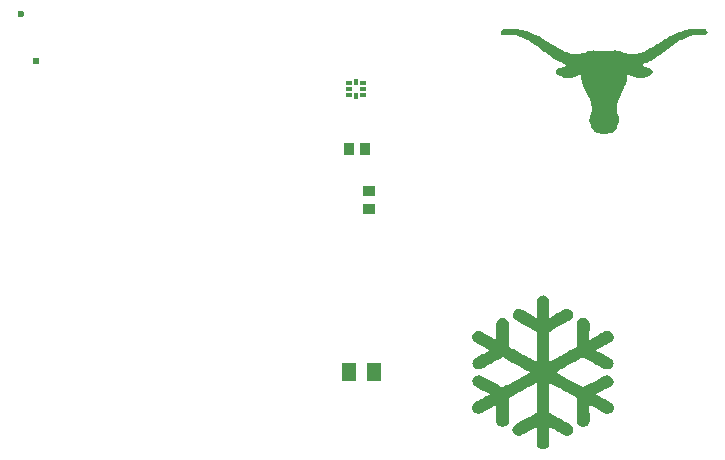
<source format=gts>
G04 Layer: TopSolderMaskLayer*
G04 EasyEDA v6.5.50, 2025-08-15 22:22:53*
G04 78b981eca6ee4c28b6080d7fc2fd3244,645267f41e9e4d7b8b91459b463e1a24,10*
G04 Gerber Generator version 0.2*
G04 Scale: 100 percent, Rotated: No, Reflected: No *
G04 Dimensions in millimeters *
G04 leading zeros omitted , absolute positions ,4 integer and 5 decimal *
%FSLAX45Y45*%
%MOMM*%

%AMMACRO1*4,1,8,-0.4211,-0.5008,-0.4508,-0.471,-0.4508,0.4711,-0.4211,0.5008,0.421,0.5008,0.4508,0.4711,0.4508,-0.471,0.421,-0.5008,-0.4211,-0.5008,0*%
%AMMACRO2*4,1,8,-0.5211,-0.7506,-0.5508,-0.7208,-0.5508,0.7208,-0.5211,0.7506,0.521,0.7506,0.5508,0.7208,0.5508,-0.7208,0.521,-0.7506,-0.5211,-0.7506,0*%
%AMMACRO3*4,1,8,-0.4531,-0.454,-0.4828,-0.4243,-0.4828,0.4243,-0.4531,0.454,0.453,0.454,0.4828,0.4243,0.4828,-0.4243,0.453,-0.454,-0.4531,-0.454,0*%
%AMMACRO4*4,1,8,-0.1311,-0.2508,-0.1608,-0.221,-0.1608,0.2211,-0.1311,0.2508,0.131,0.2508,0.1608,0.2211,0.1608,-0.221,0.131,-0.2508,-0.1311,-0.2508,0*%
%AMMACRO5*4,1,8,-0.2211,-0.1608,-0.2508,-0.131,-0.2508,0.1311,-0.2211,0.1608,0.221,0.1608,0.2508,0.1311,0.2508,-0.131,0.221,-0.1608,-0.2211,-0.1608,0*%
%AMMACRO6*4,1,8,-0.2211,-0.1908,-0.2508,-0.161,-0.2508,0.1611,-0.2211,0.1908,0.221,0.1908,0.2508,0.1611,0.2508,-0.161,0.221,-0.1908,-0.2211,-0.1908,0*%
%ADD10C,0.6000*%
%ADD11C,0.6100*%
%ADD12MACRO1*%
%ADD13MACRO2*%
%ADD14MACRO3*%
%ADD15MACRO4*%
%ADD16MACRO5*%
%ADD17MACRO6*%
%ADD18C,0.0131*%

%LPD*%
G36*
X7011924Y-2538476D02*
G01*
X7003796Y-2538628D01*
X6991603Y-2541371D01*
X6982459Y-2545435D01*
X6974331Y-2550820D01*
X6967981Y-2556459D01*
X6961073Y-2565958D01*
X6958736Y-2570784D01*
X6955536Y-2580284D01*
X6955485Y-2724200D01*
X6953910Y-2726537D01*
X6940803Y-2719730D01*
X6853174Y-2670759D01*
X6843217Y-2665526D01*
X6828485Y-2657144D01*
X6826097Y-2657144D01*
X6822897Y-2654401D01*
X6802577Y-2652268D01*
X6788353Y-2654909D01*
X6776161Y-2660396D01*
X6773214Y-2662428D01*
X6760565Y-2674416D01*
X6754875Y-2685592D01*
X6751370Y-2698140D01*
X6751370Y-2708757D01*
X6754875Y-2721305D01*
X6760870Y-2732684D01*
X6769862Y-2742184D01*
X6781596Y-2749753D01*
X6782612Y-2749753D01*
X6823913Y-2772918D01*
X6826961Y-2774848D01*
X6830009Y-2776169D01*
X6864553Y-2795676D01*
X6867601Y-2797098D01*
X6879793Y-2804414D01*
X6885889Y-2807462D01*
X6918756Y-2826004D01*
X6920280Y-2826004D01*
X6926935Y-2830830D01*
X6928307Y-2830830D01*
X6955536Y-2846374D01*
X6955536Y-3098952D01*
X6953351Y-3100222D01*
X6949795Y-3097123D01*
X6948424Y-3097123D01*
X6922820Y-3082645D01*
X6921957Y-3082645D01*
X6896353Y-3068167D01*
X6895592Y-3068167D01*
X6874713Y-3056585D01*
X6871665Y-3054654D01*
X6868617Y-3053334D01*
X6848297Y-3042107D01*
X6845249Y-3040176D01*
X6842201Y-3038906D01*
X6817766Y-3025140D01*
X6814769Y-3023768D01*
X6808673Y-3019958D01*
X6805625Y-3018637D01*
X6760870Y-2993847D01*
X6756044Y-2991916D01*
X6750100Y-2987852D01*
X6724853Y-2974594D01*
X6722770Y-2970834D01*
X6720941Y-2769514D01*
X6716674Y-2756814D01*
X6708190Y-2744825D01*
X6698742Y-2736748D01*
X6686702Y-2731211D01*
X6682638Y-2729534D01*
X6665823Y-2727452D01*
X6653174Y-2729687D01*
X6644030Y-2732735D01*
X6638950Y-2735681D01*
X6630009Y-2742031D01*
X6621322Y-2752699D01*
X6617462Y-2760878D01*
X6613855Y-2771241D01*
X6614414Y-2910484D01*
X6612890Y-2912821D01*
X6597243Y-2904134D01*
X6594195Y-2902813D01*
X6573875Y-2891586D01*
X6570827Y-2889656D01*
X6566712Y-2887980D01*
X6539331Y-2872384D01*
X6530187Y-2868015D01*
X6521754Y-2862630D01*
X6520434Y-2862630D01*
X6491579Y-2846324D01*
X6481013Y-2841447D01*
X6478219Y-2841447D01*
X6475679Y-2839008D01*
X6449669Y-2839008D01*
X6431178Y-2847289D01*
X6423761Y-2853486D01*
X6415024Y-2864510D01*
X6409232Y-2878582D01*
X6409436Y-2902153D01*
X6411518Y-2904642D01*
X6412992Y-2909468D01*
X6417208Y-2918155D01*
X6431584Y-2931718D01*
X6450888Y-2942132D01*
X6459016Y-2946298D01*
X6480048Y-2958185D01*
X6480759Y-2958185D01*
X6489801Y-2963976D01*
X6491173Y-2963976D01*
X6509867Y-2974594D01*
X6512915Y-2975914D01*
X6537350Y-2989630D01*
X6540347Y-2991002D01*
X6550964Y-2996742D01*
X6559143Y-3001619D01*
X6559143Y-3003448D01*
X6509004Y-3030524D01*
X6507327Y-3030524D01*
X6507327Y-3032353D01*
X6502755Y-3033725D01*
X6495389Y-3038094D01*
X6468160Y-3052724D01*
X6465112Y-3054045D01*
X6452920Y-3061055D01*
X6438696Y-3068421D01*
X6428028Y-3075127D01*
X6419697Y-3084068D01*
X6412839Y-3097784D01*
X6409994Y-3113328D01*
X6412788Y-3128467D01*
X6415887Y-3135884D01*
X6422593Y-3145840D01*
X6430873Y-3153562D01*
X6435648Y-3157016D01*
X6441744Y-3160014D01*
X6453936Y-3163976D01*
X6474510Y-3163824D01*
X6485331Y-3160471D01*
X6495643Y-3155238D01*
X6506362Y-3149244D01*
X6507124Y-3149244D01*
X6527800Y-3137662D01*
X6528358Y-3137662D01*
X6556603Y-3122117D01*
X6562191Y-3120085D01*
X6562191Y-3118459D01*
X6566153Y-3117291D01*
X6602933Y-3097123D01*
X6603796Y-3097123D01*
X6619595Y-3088436D01*
X6622643Y-3086506D01*
X6625691Y-3085134D01*
X6640525Y-3076854D01*
X6641439Y-3076854D01*
X6654190Y-3069488D01*
X6667804Y-3062376D01*
X6670954Y-3062376D01*
X6697878Y-3077514D01*
X6712051Y-3085033D01*
X6721246Y-3090367D01*
X6726326Y-3092805D01*
X6751116Y-3106775D01*
X6752132Y-3106775D01*
X6775703Y-3120288D01*
X6776618Y-3120288D01*
X6803948Y-3135731D01*
X6805015Y-3135731D01*
X6828586Y-3149244D01*
X6829602Y-3149244D01*
X6850837Y-3161131D01*
X6852361Y-3161792D01*
X6858457Y-3165500D01*
X6882841Y-3178403D01*
X6886041Y-3181045D01*
X6887616Y-3181045D01*
X6896404Y-3186684D01*
X6900875Y-3188004D01*
X6895338Y-3192576D01*
X6886905Y-3196590D01*
X6862876Y-3210001D01*
X6862216Y-3210001D01*
X6837121Y-3224123D01*
X6831990Y-3226663D01*
X6803085Y-3242818D01*
X6752183Y-3270808D01*
X6751320Y-3270808D01*
X6727748Y-3284321D01*
X6726681Y-3284321D01*
X6707022Y-3295243D01*
X6699910Y-3299510D01*
X6672478Y-3314293D01*
X6668160Y-3315309D01*
X6657238Y-3309975D01*
X6642506Y-3301644D01*
X6634886Y-3297885D01*
X6624675Y-3292043D01*
X6621627Y-3290722D01*
X6605016Y-3281426D01*
X6603949Y-3281426D01*
X6586067Y-3271164D01*
X6572859Y-3264560D01*
X6567779Y-3261410D01*
X6488531Y-3218789D01*
X6481368Y-3215944D01*
X6468973Y-3212744D01*
X6455968Y-3213608D01*
X6446824Y-3215995D01*
X6438392Y-3219551D01*
X6429298Y-3225038D01*
X6418783Y-3236468D01*
X6413042Y-3248101D01*
X6410807Y-3259683D01*
X6410045Y-3266186D01*
X6413449Y-3281883D01*
X6419291Y-3293160D01*
X6433464Y-3306521D01*
X6448856Y-3314852D01*
X6451904Y-3316173D01*
X6459016Y-3320237D01*
X6476288Y-3329381D01*
X6488023Y-3335934D01*
X6525259Y-3355543D01*
X6543395Y-3366058D01*
X6557619Y-3373272D01*
X6559092Y-3375507D01*
X6559143Y-3376472D01*
X6548475Y-3382111D01*
X6513931Y-3401060D01*
X6510883Y-3402990D01*
X6507835Y-3404311D01*
X6488074Y-3415537D01*
X6485940Y-3415537D01*
X6485940Y-3417315D01*
X6481368Y-3418687D01*
X6467144Y-3426815D01*
X6464096Y-3428085D01*
X6458000Y-3431794D01*
X6452920Y-3434435D01*
X6427876Y-3448659D01*
X6420002Y-3456533D01*
X6414516Y-3464255D01*
X6410553Y-3473907D01*
X6408521Y-3484524D01*
X6409639Y-3499967D01*
X6413601Y-3509975D01*
X6420002Y-3520643D01*
X6432092Y-3531006D01*
X6444792Y-3536848D01*
X6461506Y-3540251D01*
X6481368Y-3536797D01*
X6484416Y-3534664D01*
X6494627Y-3529533D01*
X6512153Y-3519728D01*
X6513322Y-3519728D01*
X6537248Y-3506012D01*
X6541363Y-3504285D01*
X6544411Y-3502355D01*
X6570319Y-3487877D01*
X6571132Y-3487877D01*
X6596888Y-3473399D01*
X6597700Y-3473399D01*
X6613144Y-3464509D01*
X6614261Y-3465576D01*
X6613906Y-3605479D01*
X6617208Y-3616706D01*
X6623659Y-3628999D01*
X6636258Y-3640937D01*
X6647942Y-3646373D01*
X6661302Y-3649979D01*
X6674612Y-3649979D01*
X6685686Y-3647033D01*
X6698335Y-3640988D01*
X6709257Y-3631184D01*
X6714134Y-3624427D01*
X6718655Y-3615740D01*
X6718706Y-3612743D01*
X6721043Y-3610508D01*
X6722922Y-3405378D01*
X6728358Y-3401161D01*
X6738518Y-3396081D01*
X6777126Y-3374644D01*
X6784238Y-3370986D01*
X6790385Y-3367278D01*
X6793433Y-3365906D01*
X6807657Y-3357981D01*
X6810705Y-3356660D01*
X6848297Y-3335426D01*
X6851345Y-3334105D01*
X6865569Y-3326129D01*
X6868617Y-3324758D01*
X6922465Y-3294887D01*
X6925513Y-3293567D01*
X6945020Y-3282594D01*
X6953758Y-3278327D01*
X6955485Y-3280918D01*
X6955536Y-3529990D01*
X6952996Y-3533038D01*
X6925513Y-3548278D01*
X6922465Y-3549650D01*
X6916369Y-3553460D01*
X6913321Y-3554831D01*
X6874865Y-3576777D01*
X6826453Y-3603396D01*
X6824929Y-3604056D01*
X6796481Y-3619906D01*
X6769658Y-3635552D01*
X6760616Y-3645357D01*
X6754977Y-3656279D01*
X6751218Y-3670503D01*
X6751218Y-3678986D01*
X6754469Y-3690975D01*
X6761734Y-3704996D01*
X6774180Y-3716324D01*
X6786321Y-3722065D01*
X6797598Y-3725418D01*
X6815785Y-3724554D01*
X6826046Y-3721862D01*
X6840524Y-3713683D01*
X6841896Y-3713683D01*
X6850938Y-3707892D01*
X6851650Y-3707892D01*
X6892696Y-3684727D01*
X6893306Y-3684727D01*
X6938772Y-3659022D01*
X6941820Y-3657650D01*
X6953707Y-3650691D01*
X6955485Y-3653383D01*
X6955536Y-3798366D01*
X6961936Y-3813556D01*
X6967169Y-3820312D01*
X6975348Y-3828592D01*
X6980428Y-3831285D01*
X6995566Y-3838397D01*
X7020052Y-3838498D01*
X7030161Y-3834841D01*
X7036409Y-3831793D01*
X7043420Y-3827221D01*
X7051700Y-3819347D01*
X7057339Y-3810152D01*
X7062216Y-3797147D01*
X7062266Y-3653383D01*
X7063790Y-3651097D01*
X7085126Y-3662832D01*
X7094270Y-3667556D01*
X7097471Y-3670249D01*
X7099046Y-3670249D01*
X7135926Y-3691280D01*
X7144054Y-3695547D01*
X7162647Y-3705961D01*
X7164882Y-3705961D01*
X7164882Y-3707637D01*
X7168438Y-3708806D01*
X7171486Y-3710686D01*
X7191756Y-3721862D01*
X7200950Y-3724452D01*
X7217613Y-3725418D01*
X7230922Y-3722268D01*
X7238593Y-3718966D01*
X7247737Y-3712921D01*
X7256983Y-3703523D01*
X7263231Y-3690975D01*
X7266940Y-3674110D01*
X7263333Y-3657701D01*
X7260437Y-3652418D01*
X7260437Y-3651046D01*
X7254443Y-3642614D01*
X7243267Y-3631946D01*
X7235799Y-3628542D01*
X7207453Y-3612337D01*
X7206640Y-3612337D01*
X7197902Y-3606800D01*
X7186726Y-3601059D01*
X7163866Y-3588207D01*
X7158278Y-3585260D01*
X7119823Y-3563620D01*
X7115556Y-3561689D01*
X7096302Y-3550513D01*
X7064756Y-3532987D01*
X7062216Y-3529990D01*
X7062266Y-3280918D01*
X7064044Y-3278276D01*
X7093254Y-3293872D01*
X7115606Y-3306064D01*
X7127798Y-3313277D01*
X7130846Y-3314598D01*
X7150811Y-3325774D01*
X7151674Y-3325774D01*
X7177582Y-3340252D01*
X7180630Y-3342233D01*
X7183678Y-3343452D01*
X7210399Y-3358591D01*
X7211517Y-3358591D01*
X7240219Y-3374999D01*
X7241031Y-3374999D01*
X7287971Y-3401060D01*
X7289393Y-3401060D01*
X7294981Y-3405378D01*
X7296810Y-3609949D01*
X7300671Y-3619601D01*
X7305395Y-3628136D01*
X7315758Y-3638550D01*
X7324547Y-3644188D01*
X7325664Y-3644188D01*
X7332065Y-3646982D01*
X7343140Y-3649979D01*
X7355433Y-3649979D01*
X7369708Y-3646424D01*
X7378852Y-3642004D01*
X7387945Y-3635044D01*
X7393076Y-3629456D01*
X7400544Y-3616909D01*
X7404049Y-3602736D01*
X7402982Y-3466642D01*
X7404862Y-3465525D01*
X7411364Y-3468065D01*
X7419797Y-3473399D01*
X7421016Y-3473399D01*
X7456728Y-3493668D01*
X7457592Y-3493668D01*
X7507935Y-3521557D01*
X7512151Y-3523437D01*
X7525715Y-3531311D01*
X7527036Y-3531311D01*
X7530287Y-3533952D01*
X7542479Y-3537864D01*
X7553858Y-3540251D01*
X7560767Y-3539286D01*
X7572857Y-3536950D01*
X7585557Y-3531057D01*
X7596581Y-3521710D01*
X7602981Y-3512261D01*
X7608265Y-3499967D01*
X7608519Y-3477768D01*
X7605725Y-3471011D01*
X7599527Y-3458464D01*
X7587183Y-3446881D01*
X7563815Y-3433927D01*
X7560767Y-3432556D01*
X7533335Y-3417214D01*
X7523175Y-3411931D01*
X7509408Y-3403955D01*
X7508392Y-3403955D01*
X7482840Y-3389477D01*
X7482078Y-3389477D01*
X7466228Y-3380790D01*
X7463180Y-3378860D01*
X7458608Y-3376980D01*
X7458659Y-3375507D01*
X7460132Y-3373475D01*
X7494270Y-3354730D01*
X7495184Y-3354730D01*
X7507935Y-3347364D01*
X7519111Y-3341522D01*
X7574991Y-3311398D01*
X7585913Y-3305048D01*
X7596022Y-3295497D01*
X7601356Y-3287674D01*
X7604099Y-3280918D01*
X7607147Y-3268370D01*
X7606080Y-3253638D01*
X7601610Y-3241344D01*
X7596581Y-3233623D01*
X7588199Y-3225292D01*
X7579055Y-3219196D01*
X7571943Y-3216554D01*
X7557719Y-3212947D01*
X7549591Y-3212896D01*
X7535367Y-3215995D01*
X7526223Y-3220313D01*
X7511999Y-3227679D01*
X7504836Y-3231896D01*
X7484516Y-3242360D01*
X7476439Y-3247644D01*
X7474966Y-3247644D01*
X7456322Y-3258261D01*
X7455408Y-3258261D01*
X7438237Y-3267913D01*
X7436967Y-3267913D01*
X7423962Y-3275685D01*
X7419492Y-3277565D01*
X7400950Y-3288182D01*
X7399731Y-3288182D01*
X7380884Y-3298647D01*
X7350353Y-3315157D01*
X7346289Y-3315157D01*
X7329424Y-3305556D01*
X7328509Y-3305556D01*
X7300569Y-3289706D01*
X7293457Y-3286201D01*
X7283805Y-3280613D01*
X7231481Y-3252114D01*
X7215225Y-3242818D01*
X7212126Y-3241446D01*
X7192162Y-3230270D01*
X7191349Y-3230270D01*
X7178446Y-3222752D01*
X7165390Y-3216046D01*
X7149490Y-3207105D01*
X7148271Y-3207105D01*
X7145070Y-3204464D01*
X7119213Y-3190494D01*
X7117232Y-3188258D01*
X7142022Y-3174796D01*
X7142683Y-3173323D01*
X7144664Y-3173323D01*
X7165390Y-3161842D01*
X7168438Y-3160420D01*
X7188758Y-3149193D01*
X7191806Y-3147263D01*
X7194854Y-3145942D01*
X7207046Y-3138932D01*
X7252817Y-3114192D01*
X7269073Y-3104896D01*
X7280249Y-3099308D01*
X7302601Y-3086506D01*
X7305649Y-3085185D01*
X7313777Y-3080258D01*
X7347305Y-3062376D01*
X7350353Y-3062478D01*
X7358481Y-3067151D01*
X7364577Y-3070047D01*
X7376820Y-3076549D01*
X7394244Y-3086354D01*
X7403236Y-3090976D01*
X7437780Y-3109772D01*
X7443876Y-3113481D01*
X7448143Y-3115310D01*
X7461707Y-3123184D01*
X7462621Y-3123184D01*
X7479842Y-3132836D01*
X7481163Y-3132836D01*
X7486548Y-3136442D01*
X7528255Y-3158439D01*
X7533335Y-3160725D01*
X7541310Y-3163722D01*
X7564831Y-3163722D01*
X7576007Y-3159658D01*
X7586370Y-3154070D01*
X7593330Y-3147771D01*
X7598714Y-3141014D01*
X7604810Y-3129381D01*
X7607350Y-3113532D01*
X7604861Y-3098139D01*
X7601915Y-3092754D01*
X7601915Y-3090773D01*
X7594752Y-3080258D01*
X7586167Y-3072841D01*
X7579055Y-3068472D01*
X7564831Y-3061106D01*
X7557719Y-3056890D01*
X7497724Y-3024733D01*
X7494676Y-3022803D01*
X7490459Y-3021076D01*
X7476896Y-3013151D01*
X7475931Y-3013151D01*
X7458506Y-3003397D01*
X7459268Y-3001213D01*
X7471308Y-2993999D01*
X7488580Y-2984957D01*
X7505446Y-2975559D01*
X7506157Y-2975559D01*
X7536383Y-2958541D01*
X7539431Y-2957169D01*
X7563053Y-2943707D01*
X7564120Y-2943707D01*
X7582103Y-2933547D01*
X7591450Y-2927400D01*
X7601407Y-2916224D01*
X7604759Y-2909468D01*
X7608468Y-2899816D01*
X7608316Y-2878429D01*
X7604506Y-2868930D01*
X7599883Y-2860598D01*
X7593279Y-2852826D01*
X7581646Y-2844495D01*
X7566863Y-2839059D01*
X7544511Y-2839008D01*
X7532319Y-2842869D01*
X7506868Y-2856941D01*
X7503820Y-2858820D01*
X7500772Y-2860090D01*
X7487767Y-2867660D01*
X7483500Y-2869488D01*
X7433716Y-2897022D01*
X7430668Y-2898394D01*
X7424572Y-2902204D01*
X7420508Y-2904032D01*
X7405268Y-2912618D01*
X7402830Y-2910738D01*
X7404049Y-2774086D01*
X7400594Y-2761843D01*
X7394194Y-2749296D01*
X7380884Y-2736646D01*
X7365593Y-2729738D01*
X7348626Y-2727604D01*
X7334300Y-2729687D01*
X7325918Y-2733090D01*
X7314793Y-2739898D01*
X7306462Y-2748432D01*
X7300620Y-2757932D01*
X7296810Y-2767634D01*
X7294930Y-2965399D01*
X7293457Y-2973882D01*
X7264349Y-2990037D01*
X7263587Y-2990037D01*
X7240016Y-3003499D01*
X7238949Y-3003499D01*
X7211517Y-3018942D01*
X7210298Y-3018942D01*
X7203643Y-3023768D01*
X7202220Y-3023768D01*
X7187742Y-3032048D01*
X7182662Y-3034436D01*
X7159040Y-3047898D01*
X7156754Y-3047898D01*
X7156754Y-3049727D01*
X7152640Y-3050946D01*
X7127290Y-3065272D01*
X7126478Y-3065272D01*
X7100722Y-3079750D01*
X7099604Y-3079750D01*
X7090613Y-3085541D01*
X7089698Y-3085541D01*
X7076998Y-3092856D01*
X7063435Y-3099866D01*
X7062216Y-3096971D01*
X7062216Y-2848305D01*
X7066788Y-2843530D01*
X7104430Y-2822498D01*
X7107478Y-2821127D01*
X7113574Y-2817418D01*
X7194448Y-2772410D01*
X7199934Y-2769717D01*
X7202627Y-2767126D01*
X7204506Y-2767126D01*
X7221270Y-2757576D01*
X7234529Y-2750312D01*
X7240778Y-2747213D01*
X7244537Y-2744470D01*
X7256881Y-2732582D01*
X7260285Y-2726131D01*
X7263333Y-2719374D01*
X7266533Y-2707132D01*
X7266533Y-2700680D01*
X7262672Y-2685592D01*
X7259269Y-2678836D01*
X7256830Y-2674823D01*
X7250938Y-2667762D01*
X7239406Y-2659176D01*
X7228433Y-2654554D01*
X7212787Y-2652166D01*
X7197902Y-2654198D01*
X7189520Y-2657043D01*
X7179005Y-2662936D01*
X7178344Y-2662936D01*
X7138974Y-2685338D01*
X7129830Y-2689961D01*
X7092238Y-2711196D01*
X7088682Y-2712364D01*
X7088682Y-2713939D01*
X7084263Y-2715260D01*
X7066127Y-2725572D01*
X7062724Y-2726131D01*
X7061606Y-2578506D01*
X7058609Y-2569362D01*
X7056120Y-2567025D01*
X7056120Y-2564790D01*
X7050024Y-2557272D01*
X7046468Y-2553411D01*
X7037171Y-2546197D01*
X7025131Y-2541168D01*
G37*
G36*
X6754875Y-278434D02*
G01*
X6713067Y-278587D01*
X6698132Y-280212D01*
X6687261Y-281990D01*
X6676186Y-284175D01*
X6673138Y-285343D01*
X6670243Y-285343D01*
X6665264Y-288290D01*
X6657594Y-296113D01*
X6653885Y-302920D01*
X6652463Y-310489D01*
X6653834Y-315569D01*
X6655206Y-317296D01*
X6657340Y-321513D01*
X6663232Y-328828D01*
X6668363Y-332282D01*
X6676948Y-332130D01*
X6691274Y-330301D01*
X6717284Y-329031D01*
X6741718Y-330301D01*
X6756603Y-332028D01*
X6767525Y-333806D01*
X6780377Y-336397D01*
X6797903Y-340766D01*
X6823100Y-349148D01*
X6832295Y-352704D01*
X6842607Y-357124D01*
X6855155Y-362813D01*
X6872376Y-371551D01*
X6883857Y-378053D01*
X6885584Y-378815D01*
X6911289Y-394462D01*
X6918604Y-399389D01*
X6919010Y-399389D01*
X6940042Y-413816D01*
X6961022Y-429006D01*
X7021830Y-474675D01*
X7023709Y-476351D01*
X7062368Y-504951D01*
X7094220Y-526999D01*
X7095947Y-527761D01*
X7104532Y-533501D01*
X7128052Y-547725D01*
X7134910Y-551535D01*
X7157821Y-563372D01*
X7174738Y-570941D01*
X7187641Y-576275D01*
X7188758Y-576935D01*
X7192213Y-577799D01*
X7206792Y-583184D01*
X7205573Y-585571D01*
X7201408Y-589483D01*
X7192670Y-596239D01*
X7184796Y-600862D01*
X7177531Y-604418D01*
X7163003Y-609244D01*
X7153249Y-611936D01*
X7142683Y-615289D01*
X7141413Y-615289D01*
X7130338Y-620623D01*
X7125716Y-624128D01*
X7120788Y-629412D01*
X7116775Y-637743D01*
X7115606Y-644956D01*
X7116267Y-649833D01*
X7118299Y-653592D01*
X7122668Y-660196D01*
X7129221Y-666292D01*
X7137755Y-672084D01*
X7159752Y-682701D01*
X7160971Y-682701D01*
X7179056Y-691235D01*
X7187946Y-694791D01*
X7190181Y-694791D01*
X7194499Y-696366D01*
X7205421Y-698500D01*
X7232345Y-698500D01*
X7251852Y-694690D01*
X7266431Y-690473D01*
X7278776Y-686308D01*
X7296556Y-678789D01*
X7314336Y-670306D01*
X7319619Y-667156D01*
X7325614Y-667156D01*
X7329220Y-669137D01*
X7332929Y-672541D01*
X7332929Y-691591D01*
X7334656Y-706577D01*
X7335977Y-713486D01*
X7336790Y-719277D01*
X7339888Y-731926D01*
X7343241Y-743458D01*
X7347153Y-755548D01*
X7356906Y-779170D01*
X7366304Y-799287D01*
X7390688Y-848258D01*
X7396429Y-860348D01*
X7404252Y-878484D01*
X7412024Y-898093D01*
X7412024Y-899769D01*
X7413599Y-903528D01*
X7418831Y-923137D01*
X7422388Y-942136D01*
X7423403Y-955040D01*
X7421880Y-972616D01*
X7420559Y-978966D01*
X7417053Y-992225D01*
X7403541Y-1033119D01*
X7399832Y-1049070D01*
X7399731Y-1063802D01*
X7406843Y-1074064D01*
X7409637Y-1079754D01*
X7413650Y-1093012D01*
X7415428Y-1102207D01*
X7417308Y-1113739D01*
X7419187Y-1117752D01*
X7422591Y-1122934D01*
X7430211Y-1132128D01*
X7443266Y-1145032D01*
X7451140Y-1151483D01*
X7459522Y-1157122D01*
X7463332Y-1159205D01*
X7473645Y-1162812D01*
X7480553Y-1164590D01*
X7489139Y-1166418D01*
X7501737Y-1168400D01*
X7553350Y-1168400D01*
X7566507Y-1166418D01*
X7575092Y-1164590D01*
X7582001Y-1162812D01*
X7587742Y-1161084D01*
X7593431Y-1158798D01*
X7604963Y-1151077D01*
X7615783Y-1141933D01*
X7626959Y-1130604D01*
X7635595Y-1119276D01*
X7638643Y-1113231D01*
X7639456Y-1105103D01*
X7642606Y-1090117D01*
X7644333Y-1084376D01*
X7646060Y-1079754D01*
X7648244Y-1075131D01*
X7649616Y-1072845D01*
X7652613Y-1068832D01*
X7656220Y-1062380D01*
X7656220Y-1052677D01*
X7654391Y-1042873D01*
X7652715Y-1035964D01*
X7649311Y-1024483D01*
X7638999Y-993394D01*
X7635697Y-981862D01*
X7633868Y-973226D01*
X7632141Y-960932D01*
X7632141Y-950417D01*
X7633868Y-938072D01*
X7635646Y-928319D01*
X7637373Y-920242D01*
X7642606Y-901801D01*
X7644180Y-898042D01*
X7644180Y-896366D01*
X7655204Y-868984D01*
X7661503Y-855167D01*
X7689596Y-798423D01*
X7697368Y-782015D01*
X7706817Y-759561D01*
X7710728Y-748639D01*
X7711643Y-745032D01*
X7712557Y-743559D01*
X7713472Y-739394D01*
X7715808Y-731367D01*
X7717993Y-722122D01*
X7721092Y-705459D01*
X7722209Y-694486D01*
X7722971Y-671677D01*
X7725867Y-669442D01*
X7730185Y-667156D01*
X7736027Y-667156D01*
X7741361Y-670306D01*
X7758531Y-678535D01*
X7767675Y-682599D01*
X7779715Y-687324D01*
X7791754Y-691286D01*
X7803794Y-694740D01*
X7823301Y-698500D01*
X7850784Y-698398D01*
X7867446Y-694639D01*
X7876590Y-691184D01*
X7887462Y-686003D01*
X7906359Y-677773D01*
X7918145Y-671779D01*
X7925155Y-667105D01*
X7931912Y-661212D01*
X7936585Y-654964D01*
X7939938Y-648208D01*
X7939938Y-642112D01*
X7937753Y-635203D01*
X7935722Y-631139D01*
X7931810Y-625652D01*
X7925308Y-620674D01*
X7915554Y-615950D01*
X7902956Y-611987D01*
X7895488Y-610057D01*
X7884058Y-606552D01*
X7880299Y-604926D01*
X7879130Y-604926D01*
X7871459Y-601268D01*
X7863738Y-596290D01*
X7863078Y-596290D01*
X7854137Y-589483D01*
X7848752Y-584098D01*
X7849108Y-582930D01*
X7853680Y-581253D01*
X7857134Y-580288D01*
X7874000Y-573887D01*
X7887462Y-568147D01*
X7896656Y-563981D01*
X7915554Y-554431D01*
X7919567Y-552043D01*
X7925308Y-549046D01*
X7934706Y-543610D01*
X7950555Y-533958D01*
X7982762Y-512419D01*
X8002117Y-498449D01*
X8021218Y-484327D01*
X8030108Y-477418D01*
X8032648Y-475691D01*
X8098993Y-425754D01*
X8116468Y-413156D01*
X8138515Y-398221D01*
X8140192Y-397408D01*
X8147710Y-392277D01*
X8170062Y-378866D01*
X8183270Y-371551D01*
X8200491Y-362813D01*
X8218779Y-354533D01*
X8232546Y-349148D01*
X8252866Y-342239D01*
X8265515Y-338785D01*
X8278977Y-335534D01*
X8299043Y-332028D01*
X8313928Y-330301D01*
X8338312Y-329031D01*
X8364931Y-330301D01*
X8378596Y-332130D01*
X8387283Y-332232D01*
X8392464Y-328625D01*
X8394852Y-325932D01*
X8398814Y-320192D01*
X8402472Y-314096D01*
X8402472Y-305562D01*
X8398814Y-297484D01*
X8393176Y-290830D01*
X8386724Y-286054D01*
X8372398Y-282803D01*
X8356904Y-280162D01*
X8340293Y-278434D01*
X8301329Y-278434D01*
X8282381Y-280212D01*
X8268665Y-281940D01*
X8247430Y-285445D01*
X8227364Y-289661D01*
X8215325Y-292404D01*
X8191296Y-299161D01*
X8174075Y-304850D01*
X8163204Y-308762D01*
X8144408Y-316433D01*
X8143392Y-316433D01*
X8124494Y-325069D01*
X8123936Y-325069D01*
X8111591Y-330962D01*
X8087512Y-342950D01*
X8061147Y-357124D01*
X8046821Y-365455D01*
X8043367Y-367131D01*
X8039963Y-369417D01*
X8038236Y-370179D01*
X7979765Y-405688D01*
X7977479Y-406857D01*
X7937347Y-431596D01*
X7935620Y-432409D01*
X7931607Y-435203D01*
X7929321Y-436270D01*
X7922463Y-440639D01*
X7920736Y-441401D01*
X7917281Y-443687D01*
X7915605Y-444500D01*
X7899501Y-454101D01*
X7897825Y-454863D01*
X7893812Y-457352D01*
X7884617Y-462330D01*
X7881162Y-464413D01*
X7865109Y-473049D01*
X7856778Y-477113D01*
X7855813Y-477113D01*
X7849108Y-480161D01*
X7845653Y-481025D01*
X7837627Y-483920D01*
X7817561Y-489102D01*
X7808366Y-490880D01*
X7797495Y-492658D01*
X7782610Y-494588D01*
X7743647Y-494588D01*
X7733030Y-492658D01*
X7729524Y-492658D01*
X7713827Y-489153D01*
X7700619Y-485241D01*
X7691374Y-481838D01*
X7689189Y-480618D01*
X7681163Y-477062D01*
X7679436Y-475945D01*
X7676896Y-474878D01*
X7672527Y-472084D01*
X7666837Y-468934D01*
X7658811Y-466750D01*
X7645603Y-466750D01*
X7638745Y-468426D01*
X7634478Y-468477D01*
X7633817Y-467410D01*
X7630109Y-465480D01*
X7624419Y-463296D01*
X7614412Y-463296D01*
X7608468Y-465632D01*
X7605471Y-467766D01*
X7599730Y-470052D01*
X7593431Y-471576D01*
X7584287Y-471576D01*
X7571943Y-469239D01*
X7560767Y-466851D01*
X7552181Y-465277D01*
X7540701Y-465277D01*
X7534960Y-466851D01*
X7528052Y-469696D01*
X7521803Y-467258D01*
X7516063Y-465582D01*
X7506157Y-464870D01*
X7491120Y-467614D01*
X7479385Y-470154D01*
X7471359Y-471525D01*
X7462774Y-471627D01*
X7455865Y-470052D01*
X7450226Y-467766D01*
X7446162Y-465226D01*
X7441234Y-463296D01*
X7431227Y-463296D01*
X7425486Y-465480D01*
X7421829Y-467410D01*
X7421118Y-468477D01*
X7416901Y-468426D01*
X7410043Y-466750D01*
X7396835Y-466750D01*
X7388809Y-468884D01*
X7377379Y-475386D01*
X7375652Y-476554D01*
X7364272Y-481838D01*
X7355027Y-485241D01*
X7342378Y-489051D01*
X7326122Y-492658D01*
X7322616Y-492658D01*
X7311999Y-494588D01*
X7273036Y-494588D01*
X7258151Y-492658D01*
X7247229Y-490880D01*
X7238085Y-489051D01*
X7233005Y-487476D01*
X7230567Y-487476D01*
X7209688Y-481126D01*
X7203135Y-478688D01*
X7200087Y-477113D01*
X7198715Y-477113D01*
X7187082Y-471271D01*
X7172706Y-463397D01*
X7153859Y-452678D01*
X7136079Y-442264D01*
X7131456Y-439318D01*
X7127443Y-437083D01*
X7122871Y-434136D01*
X7121144Y-433324D01*
X7117689Y-431038D01*
X7115403Y-429869D01*
X7112000Y-427583D01*
X7110272Y-426770D01*
X7081012Y-408584D01*
X7078725Y-407416D01*
X7075322Y-405130D01*
X7072985Y-403961D01*
X7038340Y-382625D01*
X7020255Y-371957D01*
X7018528Y-371144D01*
X7015124Y-368909D01*
X7007098Y-364490D01*
X7004202Y-362610D01*
X6971538Y-344728D01*
X6946341Y-332079D01*
X6927697Y-323342D01*
X6913676Y-317144D01*
X6892188Y-308610D01*
X6872986Y-302056D01*
X6855459Y-296621D01*
X6838594Y-292150D01*
X6825386Y-288899D01*
X6798462Y-283667D01*
X6779564Y-281025D01*
G37*
D10*
G01*
X2588259Y-157479D03*
D11*
G01*
X2716098Y-550903D03*
D12*
G01*
X5505599Y-1295400D03*
G01*
X5365600Y-1295400D03*
D13*
G01*
X5368670Y-3187700D03*
G01*
X5578729Y-3187700D03*
D14*
G01*
X5537200Y-1651875D03*
G01*
X5537200Y-1802524D03*
D15*
G01*
X5422900Y-727405D03*
D16*
G01*
X5482899Y-737412D03*
G01*
X5482899Y-787400D03*
G01*
X5482899Y-837412D03*
D15*
G01*
X5422900Y-847394D03*
D16*
G01*
X5362900Y-837387D03*
G01*
X5362900Y-787400D03*
D17*
G01*
X5362900Y-737412D03*
M02*

</source>
